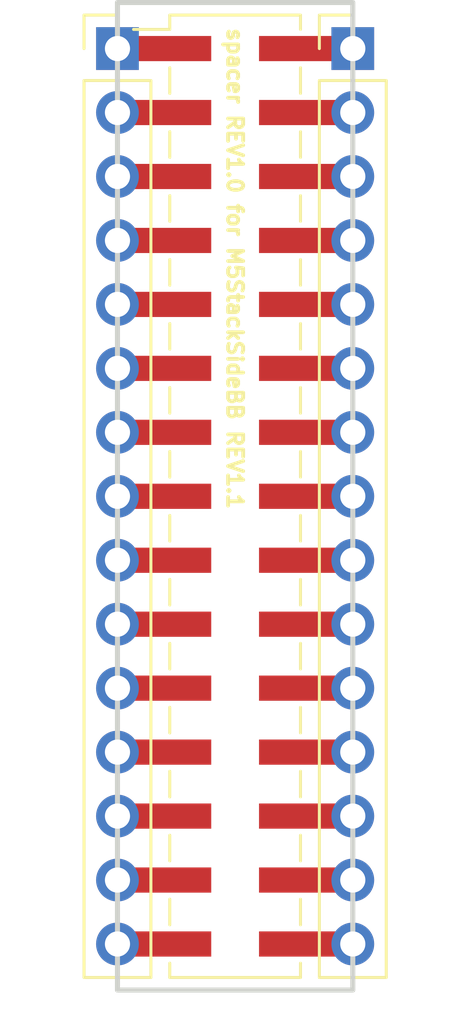
<source format=kicad_pcb>
(kicad_pcb (version 20171130) (host pcbnew 5.0.0-rc3-6a2723a~65~ubuntu17.10.1)

  (general
    (thickness 1.6)
    (drawings 5)
    (tracks 0)
    (zones 0)
    (modules 3)
    (nets 31)
  )

  (page A4)
  (layers
    (0 F.Cu signal)
    (31 B.Cu signal)
    (32 B.Adhes user)
    (33 F.Adhes user)
    (34 B.Paste user)
    (35 F.Paste user)
    (36 B.SilkS user)
    (37 F.SilkS user)
    (38 B.Mask user)
    (39 F.Mask user)
    (40 Dwgs.User user)
    (41 Cmts.User user)
    (42 Eco1.User user)
    (43 Eco2.User user)
    (44 Edge.Cuts user)
    (45 Margin user)
    (46 B.CrtYd user)
    (47 F.CrtYd user)
    (48 B.Fab user)
    (49 F.Fab user)
  )

  (setup
    (last_trace_width 0.25)
    (trace_clearance 0.2)
    (zone_clearance 0.508)
    (zone_45_only no)
    (trace_min 0.2)
    (segment_width 0.2)
    (edge_width 0.15)
    (via_size 0.8)
    (via_drill 0.4)
    (via_min_size 0.4)
    (via_min_drill 0.3)
    (uvia_size 0.3)
    (uvia_drill 0.1)
    (uvias_allowed no)
    (uvia_min_size 0.2)
    (uvia_min_drill 0.1)
    (pcb_text_width 0.3)
    (pcb_text_size 1.5 1.5)
    (mod_edge_width 0.15)
    (mod_text_size 1 1)
    (mod_text_width 0.15)
    (pad_size 1.524 1.524)
    (pad_drill 0.762)
    (pad_to_mask_clearance 0.2)
    (aux_axis_origin 0 0)
    (visible_elements FFFFFF7F)
    (pcbplotparams
      (layerselection 0x010fc_ffffffff)
      (usegerberextensions false)
      (usegerberattributes false)
      (usegerberadvancedattributes false)
      (creategerberjobfile false)
      (excludeedgelayer true)
      (linewidth 0.100000)
      (plotframeref false)
      (viasonmask false)
      (mode 1)
      (useauxorigin false)
      (hpglpennumber 1)
      (hpglpenspeed 20)
      (hpglpendiameter 15.000000)
      (psnegative false)
      (psa4output false)
      (plotreference true)
      (plotvalue true)
      (plotinvisibletext false)
      (padsonsilk false)
      (subtractmaskfromsilk false)
      (outputformat 1)
      (mirror false)
      (drillshape 0)
      (scaleselection 1)
      (outputdirectory "gerbers"))
  )

  (net 0 "")
  (net 1 "Net-(J1-Pad15)")
  (net 2 "Net-(J1-Pad14)")
  (net 3 "Net-(J1-Pad13)")
  (net 4 "Net-(J1-Pad12)")
  (net 5 "Net-(J1-Pad11)")
  (net 6 "Net-(J1-Pad10)")
  (net 7 "Net-(J1-Pad9)")
  (net 8 "Net-(J1-Pad8)")
  (net 9 "Net-(J1-Pad7)")
  (net 10 "Net-(J1-Pad6)")
  (net 11 "Net-(J1-Pad5)")
  (net 12 "Net-(J1-Pad4)")
  (net 13 "Net-(J1-Pad3)")
  (net 14 "Net-(J1-Pad2)")
  (net 15 "Net-(J1-Pad1)")
  (net 16 "Net-(J2-Pad2)")
  (net 17 "Net-(J2-Pad4)")
  (net 18 "Net-(J2-Pad6)")
  (net 19 "Net-(J2-Pad8)")
  (net 20 "Net-(J2-Pad10)")
  (net 21 "Net-(J2-Pad12)")
  (net 22 "Net-(J2-Pad14)")
  (net 23 "Net-(J2-Pad16)")
  (net 24 "Net-(J2-Pad18)")
  (net 25 "Net-(J2-Pad20)")
  (net 26 "Net-(J2-Pad22)")
  (net 27 "Net-(J2-Pad24)")
  (net 28 "Net-(J2-Pad26)")
  (net 29 "Net-(J2-Pad28)")
  (net 30 "Net-(J2-Pad30)")

  (net_class Default "これは標準のネット クラスです。"
    (clearance 0.2)
    (trace_width 0.25)
    (via_dia 0.8)
    (via_drill 0.4)
    (uvia_dia 0.3)
    (uvia_drill 0.1)
    (add_net "Net-(J1-Pad1)")
    (add_net "Net-(J1-Pad10)")
    (add_net "Net-(J1-Pad11)")
    (add_net "Net-(J1-Pad12)")
    (add_net "Net-(J1-Pad13)")
    (add_net "Net-(J1-Pad14)")
    (add_net "Net-(J1-Pad15)")
    (add_net "Net-(J1-Pad2)")
    (add_net "Net-(J1-Pad3)")
    (add_net "Net-(J1-Pad4)")
    (add_net "Net-(J1-Pad5)")
    (add_net "Net-(J1-Pad6)")
    (add_net "Net-(J1-Pad7)")
    (add_net "Net-(J1-Pad8)")
    (add_net "Net-(J1-Pad9)")
    (add_net "Net-(J2-Pad10)")
    (add_net "Net-(J2-Pad12)")
    (add_net "Net-(J2-Pad14)")
    (add_net "Net-(J2-Pad16)")
    (add_net "Net-(J2-Pad18)")
    (add_net "Net-(J2-Pad2)")
    (add_net "Net-(J2-Pad20)")
    (add_net "Net-(J2-Pad22)")
    (add_net "Net-(J2-Pad24)")
    (add_net "Net-(J2-Pad26)")
    (add_net "Net-(J2-Pad28)")
    (add_net "Net-(J2-Pad30)")
    (add_net "Net-(J2-Pad4)")
    (add_net "Net-(J2-Pad6)")
    (add_net "Net-(J2-Pad8)")
  )

  (module Connector_PinHeader_2.54mm:PinHeader_1x15_P2.54mm_Vertical (layer F.Cu) (tedit 5B3F2D68) (tstamp 5B4B4DEC)
    (at 131.22 63.5508)
    (descr "Through hole straight pin header, 1x15, 2.54mm pitch, single row")
    (tags "Through hole pin header THT 1x15 2.54mm single row")
    (path /5B3F1F26)
    (fp_text reference J1 (at 0 -2.33) (layer F.SilkS) hide
      (effects (font (size 1 1) (thickness 0.15)))
    )
    (fp_text value Conn_01x15 (at 0 37.89) (layer F.Fab)
      (effects (font (size 1 1) (thickness 0.15)))
    )
    (fp_text user %R (at 0 17.78 90) (layer F.Fab)
      (effects (font (size 1 1) (thickness 0.15)))
    )
    (fp_line (start 1.8 -1.8) (end -1.8 -1.8) (layer F.CrtYd) (width 0.05))
    (fp_line (start 1.8 37.35) (end 1.8 -1.8) (layer F.CrtYd) (width 0.05))
    (fp_line (start -1.8 37.35) (end 1.8 37.35) (layer F.CrtYd) (width 0.05))
    (fp_line (start -1.8 -1.8) (end -1.8 37.35) (layer F.CrtYd) (width 0.05))
    (fp_line (start -1.33 -1.33) (end 0 -1.33) (layer F.SilkS) (width 0.12))
    (fp_line (start -1.33 0) (end -1.33 -1.33) (layer F.SilkS) (width 0.12))
    (fp_line (start -1.33 1.27) (end 1.33 1.27) (layer F.SilkS) (width 0.12))
    (fp_line (start 1.33 1.27) (end 1.33 36.89) (layer F.SilkS) (width 0.12))
    (fp_line (start -1.33 1.27) (end -1.33 36.89) (layer F.SilkS) (width 0.12))
    (fp_line (start -1.33 36.89) (end 1.33 36.89) (layer F.SilkS) (width 0.12))
    (fp_line (start -1.27 -0.635) (end -0.635 -1.27) (layer F.Fab) (width 0.1))
    (fp_line (start -1.27 36.83) (end -1.27 -0.635) (layer F.Fab) (width 0.1))
    (fp_line (start 1.27 36.83) (end -1.27 36.83) (layer F.Fab) (width 0.1))
    (fp_line (start 1.27 -1.27) (end 1.27 36.83) (layer F.Fab) (width 0.1))
    (fp_line (start -0.635 -1.27) (end 1.27 -1.27) (layer F.Fab) (width 0.1))
    (pad 15 thru_hole oval (at 0 35.56) (size 1.7 1.7) (drill 1) (layers *.Cu *.Mask)
      (net 1 "Net-(J1-Pad15)"))
    (pad 14 thru_hole oval (at 0 33.02) (size 1.7 1.7) (drill 1) (layers *.Cu *.Mask)
      (net 2 "Net-(J1-Pad14)"))
    (pad 13 thru_hole oval (at 0 30.48) (size 1.7 1.7) (drill 1) (layers *.Cu *.Mask)
      (net 3 "Net-(J1-Pad13)"))
    (pad 12 thru_hole oval (at 0 27.94) (size 1.7 1.7) (drill 1) (layers *.Cu *.Mask)
      (net 4 "Net-(J1-Pad12)"))
    (pad 11 thru_hole oval (at 0 25.4) (size 1.7 1.7) (drill 1) (layers *.Cu *.Mask)
      (net 5 "Net-(J1-Pad11)"))
    (pad 10 thru_hole oval (at 0 22.86) (size 1.7 1.7) (drill 1) (layers *.Cu *.Mask)
      (net 6 "Net-(J1-Pad10)"))
    (pad 9 thru_hole oval (at 0 20.32) (size 1.7 1.7) (drill 1) (layers *.Cu *.Mask)
      (net 7 "Net-(J1-Pad9)"))
    (pad 8 thru_hole oval (at 0 17.78) (size 1.7 1.7) (drill 1) (layers *.Cu *.Mask)
      (net 8 "Net-(J1-Pad8)"))
    (pad 7 thru_hole oval (at 0 15.24) (size 1.7 1.7) (drill 1) (layers *.Cu *.Mask)
      (net 9 "Net-(J1-Pad7)"))
    (pad 6 thru_hole oval (at 0 12.7) (size 1.7 1.7) (drill 1) (layers *.Cu *.Mask)
      (net 10 "Net-(J1-Pad6)"))
    (pad 5 thru_hole oval (at 0 10.16) (size 1.7 1.7) (drill 1) (layers *.Cu *.Mask)
      (net 11 "Net-(J1-Pad5)"))
    (pad 4 thru_hole oval (at 0 7.62) (size 1.7 1.7) (drill 1) (layers *.Cu *.Mask)
      (net 12 "Net-(J1-Pad4)"))
    (pad 3 thru_hole oval (at 0 5.08) (size 1.7 1.7) (drill 1) (layers *.Cu *.Mask)
      (net 13 "Net-(J1-Pad3)"))
    (pad 2 thru_hole oval (at 0 2.54) (size 1.7 1.7) (drill 1) (layers *.Cu *.Mask)
      (net 14 "Net-(J1-Pad2)"))
    (pad 1 thru_hole rect (at 0 0) (size 1.7 1.7) (drill 1) (layers *.Cu *.Mask)
      (net 15 "Net-(J1-Pad1)"))
    (model ${KISYS3DMOD}/Connector_PinHeader_2.54mm.3dshapes/PinHeader_1x15_P2.54mm_Vertical.wrl
      (at (xyz 0 0 0))
      (scale (xyz 1 1 1))
      (rotate (xyz 0 0 0))
    )
  )

  (module Connector_PinHeader_2.54mm:PinHeader_2x15_P2.54mm_Vertical_SMD (layer F.Cu) (tedit 5B3F2D64) (tstamp 5B4B4E95)
    (at 135.9 81.3308)
    (descr "surface-mounted straight pin header, 2x15, 2.54mm pitch, double rows")
    (tags "Surface mounted pin header SMD 2x15 2.54mm double row")
    (path /5B3F1E10)
    (attr smd)
    (fp_text reference J2 (at 0 -20.11) (layer F.SilkS) hide
      (effects (font (size 1 1) (thickness 0.15)))
    )
    (fp_text value Conn_02x15_Odd_Even (at 0 20.11) (layer F.Fab)
      (effects (font (size 1 1) (thickness 0.15)))
    )
    (fp_line (start 2.54 19.05) (end -2.54 19.05) (layer F.Fab) (width 0.1))
    (fp_line (start -1.59 -19.05) (end 2.54 -19.05) (layer F.Fab) (width 0.1))
    (fp_line (start -2.54 19.05) (end -2.54 -18.1) (layer F.Fab) (width 0.1))
    (fp_line (start -2.54 -18.1) (end -1.59 -19.05) (layer F.Fab) (width 0.1))
    (fp_line (start 2.54 -19.05) (end 2.54 19.05) (layer F.Fab) (width 0.1))
    (fp_line (start -2.54 -18.1) (end -3.6 -18.1) (layer F.Fab) (width 0.1))
    (fp_line (start -3.6 -18.1) (end -3.6 -17.46) (layer F.Fab) (width 0.1))
    (fp_line (start -3.6 -17.46) (end -2.54 -17.46) (layer F.Fab) (width 0.1))
    (fp_line (start 2.54 -18.1) (end 3.6 -18.1) (layer F.Fab) (width 0.1))
    (fp_line (start 3.6 -18.1) (end 3.6 -17.46) (layer F.Fab) (width 0.1))
    (fp_line (start 3.6 -17.46) (end 2.54 -17.46) (layer F.Fab) (width 0.1))
    (fp_line (start -2.54 -15.56) (end -3.6 -15.56) (layer F.Fab) (width 0.1))
    (fp_line (start -3.6 -15.56) (end -3.6 -14.92) (layer F.Fab) (width 0.1))
    (fp_line (start -3.6 -14.92) (end -2.54 -14.92) (layer F.Fab) (width 0.1))
    (fp_line (start 2.54 -15.56) (end 3.6 -15.56) (layer F.Fab) (width 0.1))
    (fp_line (start 3.6 -15.56) (end 3.6 -14.92) (layer F.Fab) (width 0.1))
    (fp_line (start 3.6 -14.92) (end 2.54 -14.92) (layer F.Fab) (width 0.1))
    (fp_line (start -2.54 -13.02) (end -3.6 -13.02) (layer F.Fab) (width 0.1))
    (fp_line (start -3.6 -13.02) (end -3.6 -12.38) (layer F.Fab) (width 0.1))
    (fp_line (start -3.6 -12.38) (end -2.54 -12.38) (layer F.Fab) (width 0.1))
    (fp_line (start 2.54 -13.02) (end 3.6 -13.02) (layer F.Fab) (width 0.1))
    (fp_line (start 3.6 -13.02) (end 3.6 -12.38) (layer F.Fab) (width 0.1))
    (fp_line (start 3.6 -12.38) (end 2.54 -12.38) (layer F.Fab) (width 0.1))
    (fp_line (start -2.54 -10.48) (end -3.6 -10.48) (layer F.Fab) (width 0.1))
    (fp_line (start -3.6 -10.48) (end -3.6 -9.84) (layer F.Fab) (width 0.1))
    (fp_line (start -3.6 -9.84) (end -2.54 -9.84) (layer F.Fab) (width 0.1))
    (fp_line (start 2.54 -10.48) (end 3.6 -10.48) (layer F.Fab) (width 0.1))
    (fp_line (start 3.6 -10.48) (end 3.6 -9.84) (layer F.Fab) (width 0.1))
    (fp_line (start 3.6 -9.84) (end 2.54 -9.84) (layer F.Fab) (width 0.1))
    (fp_line (start -2.54 -7.94) (end -3.6 -7.94) (layer F.Fab) (width 0.1))
    (fp_line (start -3.6 -7.94) (end -3.6 -7.3) (layer F.Fab) (width 0.1))
    (fp_line (start -3.6 -7.3) (end -2.54 -7.3) (layer F.Fab) (width 0.1))
    (fp_line (start 2.54 -7.94) (end 3.6 -7.94) (layer F.Fab) (width 0.1))
    (fp_line (start 3.6 -7.94) (end 3.6 -7.3) (layer F.Fab) (width 0.1))
    (fp_line (start 3.6 -7.3) (end 2.54 -7.3) (layer F.Fab) (width 0.1))
    (fp_line (start -2.54 -5.4) (end -3.6 -5.4) (layer F.Fab) (width 0.1))
    (fp_line (start -3.6 -5.4) (end -3.6 -4.76) (layer F.Fab) (width 0.1))
    (fp_line (start -3.6 -4.76) (end -2.54 -4.76) (layer F.Fab) (width 0.1))
    (fp_line (start 2.54 -5.4) (end 3.6 -5.4) (layer F.Fab) (width 0.1))
    (fp_line (start 3.6 -5.4) (end 3.6 -4.76) (layer F.Fab) (width 0.1))
    (fp_line (start 3.6 -4.76) (end 2.54 -4.76) (layer F.Fab) (width 0.1))
    (fp_line (start -2.54 -2.86) (end -3.6 -2.86) (layer F.Fab) (width 0.1))
    (fp_line (start -3.6 -2.86) (end -3.6 -2.22) (layer F.Fab) (width 0.1))
    (fp_line (start -3.6 -2.22) (end -2.54 -2.22) (layer F.Fab) (width 0.1))
    (fp_line (start 2.54 -2.86) (end 3.6 -2.86) (layer F.Fab) (width 0.1))
    (fp_line (start 3.6 -2.86) (end 3.6 -2.22) (layer F.Fab) (width 0.1))
    (fp_line (start 3.6 -2.22) (end 2.54 -2.22) (layer F.Fab) (width 0.1))
    (fp_line (start -2.54 -0.32) (end -3.6 -0.32) (layer F.Fab) (width 0.1))
    (fp_line (start -3.6 -0.32) (end -3.6 0.32) (layer F.Fab) (width 0.1))
    (fp_line (start -3.6 0.32) (end -2.54 0.32) (layer F.Fab) (width 0.1))
    (fp_line (start 2.54 -0.32) (end 3.6 -0.32) (layer F.Fab) (width 0.1))
    (fp_line (start 3.6 -0.32) (end 3.6 0.32) (layer F.Fab) (width 0.1))
    (fp_line (start 3.6 0.32) (end 2.54 0.32) (layer F.Fab) (width 0.1))
    (fp_line (start -2.54 2.22) (end -3.6 2.22) (layer F.Fab) (width 0.1))
    (fp_line (start -3.6 2.22) (end -3.6 2.86) (layer F.Fab) (width 0.1))
    (fp_line (start -3.6 2.86) (end -2.54 2.86) (layer F.Fab) (width 0.1))
    (fp_line (start 2.54 2.22) (end 3.6 2.22) (layer F.Fab) (width 0.1))
    (fp_line (start 3.6 2.22) (end 3.6 2.86) (layer F.Fab) (width 0.1))
    (fp_line (start 3.6 2.86) (end 2.54 2.86) (layer F.Fab) (width 0.1))
    (fp_line (start -2.54 4.76) (end -3.6 4.76) (layer F.Fab) (width 0.1))
    (fp_line (start -3.6 4.76) (end -3.6 5.4) (layer F.Fab) (width 0.1))
    (fp_line (start -3.6 5.4) (end -2.54 5.4) (layer F.Fab) (width 0.1))
    (fp_line (start 2.54 4.76) (end 3.6 4.76) (layer F.Fab) (width 0.1))
    (fp_line (start 3.6 4.76) (end 3.6 5.4) (layer F.Fab) (width 0.1))
    (fp_line (start 3.6 5.4) (end 2.54 5.4) (layer F.Fab) (width 0.1))
    (fp_line (start -2.54 7.3) (end -3.6 7.3) (layer F.Fab) (width 0.1))
    (fp_line (start -3.6 7.3) (end -3.6 7.94) (layer F.Fab) (width 0.1))
    (fp_line (start -3.6 7.94) (end -2.54 7.94) (layer F.Fab) (width 0.1))
    (fp_line (start 2.54 7.3) (end 3.6 7.3) (layer F.Fab) (width 0.1))
    (fp_line (start 3.6 7.3) (end 3.6 7.94) (layer F.Fab) (width 0.1))
    (fp_line (start 3.6 7.94) (end 2.54 7.94) (layer F.Fab) (width 0.1))
    (fp_line (start -2.54 9.84) (end -3.6 9.84) (layer F.Fab) (width 0.1))
    (fp_line (start -3.6 9.84) (end -3.6 10.48) (layer F.Fab) (width 0.1))
    (fp_line (start -3.6 10.48) (end -2.54 10.48) (layer F.Fab) (width 0.1))
    (fp_line (start 2.54 9.84) (end 3.6 9.84) (layer F.Fab) (width 0.1))
    (fp_line (start 3.6 9.84) (end 3.6 10.48) (layer F.Fab) (width 0.1))
    (fp_line (start 3.6 10.48) (end 2.54 10.48) (layer F.Fab) (width 0.1))
    (fp_line (start -2.54 12.38) (end -3.6 12.38) (layer F.Fab) (width 0.1))
    (fp_line (start -3.6 12.38) (end -3.6 13.02) (layer F.Fab) (width 0.1))
    (fp_line (start -3.6 13.02) (end -2.54 13.02) (layer F.Fab) (width 0.1))
    (fp_line (start 2.54 12.38) (end 3.6 12.38) (layer F.Fab) (width 0.1))
    (fp_line (start 3.6 12.38) (end 3.6 13.02) (layer F.Fab) (width 0.1))
    (fp_line (start 3.6 13.02) (end 2.54 13.02) (layer F.Fab) (width 0.1))
    (fp_line (start -2.54 14.92) (end -3.6 14.92) (layer F.Fab) (width 0.1))
    (fp_line (start -3.6 14.92) (end -3.6 15.56) (layer F.Fab) (width 0.1))
    (fp_line (start -3.6 15.56) (end -2.54 15.56) (layer F.Fab) (width 0.1))
    (fp_line (start 2.54 14.92) (end 3.6 14.92) (layer F.Fab) (width 0.1))
    (fp_line (start 3.6 14.92) (end 3.6 15.56) (layer F.Fab) (width 0.1))
    (fp_line (start 3.6 15.56) (end 2.54 15.56) (layer F.Fab) (width 0.1))
    (fp_line (start -2.54 17.46) (end -3.6 17.46) (layer F.Fab) (width 0.1))
    (fp_line (start -3.6 17.46) (end -3.6 18.1) (layer F.Fab) (width 0.1))
    (fp_line (start -3.6 18.1) (end -2.54 18.1) (layer F.Fab) (width 0.1))
    (fp_line (start 2.54 17.46) (end 3.6 17.46) (layer F.Fab) (width 0.1))
    (fp_line (start 3.6 17.46) (end 3.6 18.1) (layer F.Fab) (width 0.1))
    (fp_line (start 3.6 18.1) (end 2.54 18.1) (layer F.Fab) (width 0.1))
    (fp_line (start -2.6 -19.11) (end 2.6 -19.11) (layer F.SilkS) (width 0.12))
    (fp_line (start -2.6 19.11) (end 2.6 19.11) (layer F.SilkS) (width 0.12))
    (fp_line (start -4.04 -18.54) (end -2.6 -18.54) (layer F.SilkS) (width 0.12))
    (fp_line (start -2.6 -19.11) (end -2.6 -18.54) (layer F.SilkS) (width 0.12))
    (fp_line (start 2.6 -19.11) (end 2.6 -18.54) (layer F.SilkS) (width 0.12))
    (fp_line (start -2.6 18.54) (end -2.6 19.11) (layer F.SilkS) (width 0.12))
    (fp_line (start 2.6 18.54) (end 2.6 19.11) (layer F.SilkS) (width 0.12))
    (fp_line (start -2.6 -17.02) (end -2.6 -16) (layer F.SilkS) (width 0.12))
    (fp_line (start 2.6 -17.02) (end 2.6 -16) (layer F.SilkS) (width 0.12))
    (fp_line (start -2.6 -14.48) (end -2.6 -13.46) (layer F.SilkS) (width 0.12))
    (fp_line (start 2.6 -14.48) (end 2.6 -13.46) (layer F.SilkS) (width 0.12))
    (fp_line (start -2.6 -11.94) (end -2.6 -10.92) (layer F.SilkS) (width 0.12))
    (fp_line (start 2.6 -11.94) (end 2.6 -10.92) (layer F.SilkS) (width 0.12))
    (fp_line (start -2.6 -9.4) (end -2.6 -8.38) (layer F.SilkS) (width 0.12))
    (fp_line (start 2.6 -9.4) (end 2.6 -8.38) (layer F.SilkS) (width 0.12))
    (fp_line (start -2.6 -6.86) (end -2.6 -5.84) (layer F.SilkS) (width 0.12))
    (fp_line (start 2.6 -6.86) (end 2.6 -5.84) (layer F.SilkS) (width 0.12))
    (fp_line (start -2.6 -4.32) (end -2.6 -3.3) (layer F.SilkS) (width 0.12))
    (fp_line (start 2.6 -4.32) (end 2.6 -3.3) (layer F.SilkS) (width 0.12))
    (fp_line (start -2.6 -1.78) (end -2.6 -0.76) (layer F.SilkS) (width 0.12))
    (fp_line (start 2.6 -1.78) (end 2.6 -0.76) (layer F.SilkS) (width 0.12))
    (fp_line (start -2.6 0.76) (end -2.6 1.78) (layer F.SilkS) (width 0.12))
    (fp_line (start 2.6 0.76) (end 2.6 1.78) (layer F.SilkS) (width 0.12))
    (fp_line (start -2.6 3.3) (end -2.6 4.32) (layer F.SilkS) (width 0.12))
    (fp_line (start 2.6 3.3) (end 2.6 4.32) (layer F.SilkS) (width 0.12))
    (fp_line (start -2.6 5.84) (end -2.6 6.86) (layer F.SilkS) (width 0.12))
    (fp_line (start 2.6 5.84) (end 2.6 6.86) (layer F.SilkS) (width 0.12))
    (fp_line (start -2.6 8.38) (end -2.6 9.4) (layer F.SilkS) (width 0.12))
    (fp_line (start 2.6 8.38) (end 2.6 9.4) (layer F.SilkS) (width 0.12))
    (fp_line (start -2.6 10.92) (end -2.6 11.94) (layer F.SilkS) (width 0.12))
    (fp_line (start 2.6 10.92) (end 2.6 11.94) (layer F.SilkS) (width 0.12))
    (fp_line (start -2.6 13.46) (end -2.6 14.48) (layer F.SilkS) (width 0.12))
    (fp_line (start 2.6 13.46) (end 2.6 14.48) (layer F.SilkS) (width 0.12))
    (fp_line (start -2.6 16) (end -2.6 17.02) (layer F.SilkS) (width 0.12))
    (fp_line (start 2.6 16) (end 2.6 17.02) (layer F.SilkS) (width 0.12))
    (fp_line (start -5.9 -19.6) (end -5.9 19.6) (layer F.CrtYd) (width 0.05))
    (fp_line (start -5.9 19.6) (end 5.9 19.6) (layer F.CrtYd) (width 0.05))
    (fp_line (start 5.9 19.6) (end 5.9 -19.6) (layer F.CrtYd) (width 0.05))
    (fp_line (start 5.9 -19.6) (end -5.9 -19.6) (layer F.CrtYd) (width 0.05))
    (fp_text user %R (at 0 0 90) (layer F.Fab)
      (effects (font (size 1 1) (thickness 0.15)))
    )
    (pad 1 smd rect (at -2.525 -17.78) (size 3.15 1) (layers F.Cu F.Paste F.Mask)
      (net 15 "Net-(J1-Pad1)"))
    (pad 2 smd rect (at 2.525 -17.78) (size 3.15 1) (layers F.Cu F.Paste F.Mask)
      (net 16 "Net-(J2-Pad2)"))
    (pad 3 smd rect (at -2.525 -15.24) (size 3.15 1) (layers F.Cu F.Paste F.Mask)
      (net 14 "Net-(J1-Pad2)"))
    (pad 4 smd rect (at 2.525 -15.24) (size 3.15 1) (layers F.Cu F.Paste F.Mask)
      (net 17 "Net-(J2-Pad4)"))
    (pad 5 smd rect (at -2.525 -12.7) (size 3.15 1) (layers F.Cu F.Paste F.Mask)
      (net 13 "Net-(J1-Pad3)"))
    (pad 6 smd rect (at 2.525 -12.7) (size 3.15 1) (layers F.Cu F.Paste F.Mask)
      (net 18 "Net-(J2-Pad6)"))
    (pad 7 smd rect (at -2.525 -10.16) (size 3.15 1) (layers F.Cu F.Paste F.Mask)
      (net 12 "Net-(J1-Pad4)"))
    (pad 8 smd rect (at 2.525 -10.16) (size 3.15 1) (layers F.Cu F.Paste F.Mask)
      (net 19 "Net-(J2-Pad8)"))
    (pad 9 smd rect (at -2.525 -7.62) (size 3.15 1) (layers F.Cu F.Paste F.Mask)
      (net 11 "Net-(J1-Pad5)"))
    (pad 10 smd rect (at 2.525 -7.62) (size 3.15 1) (layers F.Cu F.Paste F.Mask)
      (net 20 "Net-(J2-Pad10)"))
    (pad 11 smd rect (at -2.525 -5.08) (size 3.15 1) (layers F.Cu F.Paste F.Mask)
      (net 10 "Net-(J1-Pad6)"))
    (pad 12 smd rect (at 2.525 -5.08) (size 3.15 1) (layers F.Cu F.Paste F.Mask)
      (net 21 "Net-(J2-Pad12)"))
    (pad 13 smd rect (at -2.525 -2.54) (size 3.15 1) (layers F.Cu F.Paste F.Mask)
      (net 9 "Net-(J1-Pad7)"))
    (pad 14 smd rect (at 2.525 -2.54) (size 3.15 1) (layers F.Cu F.Paste F.Mask)
      (net 22 "Net-(J2-Pad14)"))
    (pad 15 smd rect (at -2.525 0) (size 3.15 1) (layers F.Cu F.Paste F.Mask)
      (net 8 "Net-(J1-Pad8)"))
    (pad 16 smd rect (at 2.525 0) (size 3.15 1) (layers F.Cu F.Paste F.Mask)
      (net 23 "Net-(J2-Pad16)"))
    (pad 17 smd rect (at -2.525 2.54) (size 3.15 1) (layers F.Cu F.Paste F.Mask)
      (net 7 "Net-(J1-Pad9)"))
    (pad 18 smd rect (at 2.525 2.54) (size 3.15 1) (layers F.Cu F.Paste F.Mask)
      (net 24 "Net-(J2-Pad18)"))
    (pad 19 smd rect (at -2.525 5.08) (size 3.15 1) (layers F.Cu F.Paste F.Mask)
      (net 6 "Net-(J1-Pad10)"))
    (pad 20 smd rect (at 2.525 5.08) (size 3.15 1) (layers F.Cu F.Paste F.Mask)
      (net 25 "Net-(J2-Pad20)"))
    (pad 21 smd rect (at -2.525 7.62) (size 3.15 1) (layers F.Cu F.Paste F.Mask)
      (net 5 "Net-(J1-Pad11)"))
    (pad 22 smd rect (at 2.525 7.62) (size 3.15 1) (layers F.Cu F.Paste F.Mask)
      (net 26 "Net-(J2-Pad22)"))
    (pad 23 smd rect (at -2.525 10.16) (size 3.15 1) (layers F.Cu F.Paste F.Mask)
      (net 4 "Net-(J1-Pad12)"))
    (pad 24 smd rect (at 2.525 10.16) (size 3.15 1) (layers F.Cu F.Paste F.Mask)
      (net 27 "Net-(J2-Pad24)"))
    (pad 25 smd rect (at -2.525 12.7) (size 3.15 1) (layers F.Cu F.Paste F.Mask)
      (net 3 "Net-(J1-Pad13)"))
    (pad 26 smd rect (at 2.525 12.7) (size 3.15 1) (layers F.Cu F.Paste F.Mask)
      (net 28 "Net-(J2-Pad26)"))
    (pad 27 smd rect (at -2.525 15.24) (size 3.15 1) (layers F.Cu F.Paste F.Mask)
      (net 2 "Net-(J1-Pad14)"))
    (pad 28 smd rect (at 2.525 15.24) (size 3.15 1) (layers F.Cu F.Paste F.Mask)
      (net 29 "Net-(J2-Pad28)"))
    (pad 29 smd rect (at -2.525 17.78) (size 3.15 1) (layers F.Cu F.Paste F.Mask)
      (net 1 "Net-(J1-Pad15)"))
    (pad 30 smd rect (at 2.525 17.78) (size 3.15 1) (layers F.Cu F.Paste F.Mask)
      (net 30 "Net-(J2-Pad30)"))
    (model ${KISYS3DMOD}/Connector_PinHeader_2.54mm.3dshapes/PinHeader_2x15_P2.54mm_Vertical_SMD.wrl
      (at (xyz 0 0 0))
      (scale (xyz 1 1 1))
      (rotate (xyz 0 0 0))
    )
  )

  (module Connector_PinHeader_2.54mm:PinHeader_1x15_P2.54mm_Vertical (layer F.Cu) (tedit 5B3F2D6D) (tstamp 5B4B4EB8)
    (at 140.58 63.5508)
    (descr "Through hole straight pin header, 1x15, 2.54mm pitch, single row")
    (tags "Through hole pin header THT 1x15 2.54mm single row")
    (path /5B3F1ECC)
    (fp_text reference J3 (at 0 -2.33) (layer F.SilkS) hide
      (effects (font (size 1 1) (thickness 0.15)))
    )
    (fp_text value Conn_01x15 (at 0 37.89) (layer F.Fab)
      (effects (font (size 1 1) (thickness 0.15)))
    )
    (fp_line (start -0.635 -1.27) (end 1.27 -1.27) (layer F.Fab) (width 0.1))
    (fp_line (start 1.27 -1.27) (end 1.27 36.83) (layer F.Fab) (width 0.1))
    (fp_line (start 1.27 36.83) (end -1.27 36.83) (layer F.Fab) (width 0.1))
    (fp_line (start -1.27 36.83) (end -1.27 -0.635) (layer F.Fab) (width 0.1))
    (fp_line (start -1.27 -0.635) (end -0.635 -1.27) (layer F.Fab) (width 0.1))
    (fp_line (start -1.33 36.89) (end 1.33 36.89) (layer F.SilkS) (width 0.12))
    (fp_line (start -1.33 1.27) (end -1.33 36.89) (layer F.SilkS) (width 0.12))
    (fp_line (start 1.33 1.27) (end 1.33 36.89) (layer F.SilkS) (width 0.12))
    (fp_line (start -1.33 1.27) (end 1.33 1.27) (layer F.SilkS) (width 0.12))
    (fp_line (start -1.33 0) (end -1.33 -1.33) (layer F.SilkS) (width 0.12))
    (fp_line (start -1.33 -1.33) (end 0 -1.33) (layer F.SilkS) (width 0.12))
    (fp_line (start -1.8 -1.8) (end -1.8 37.35) (layer F.CrtYd) (width 0.05))
    (fp_line (start -1.8 37.35) (end 1.8 37.35) (layer F.CrtYd) (width 0.05))
    (fp_line (start 1.8 37.35) (end 1.8 -1.8) (layer F.CrtYd) (width 0.05))
    (fp_line (start 1.8 -1.8) (end -1.8 -1.8) (layer F.CrtYd) (width 0.05))
    (fp_text user %R (at 0 17.78 90) (layer F.Fab)
      (effects (font (size 1 1) (thickness 0.15)))
    )
    (pad 1 thru_hole rect (at 0 0) (size 1.7 1.7) (drill 1) (layers *.Cu *.Mask)
      (net 16 "Net-(J2-Pad2)"))
    (pad 2 thru_hole oval (at 0 2.54) (size 1.7 1.7) (drill 1) (layers *.Cu *.Mask)
      (net 17 "Net-(J2-Pad4)"))
    (pad 3 thru_hole oval (at 0 5.08) (size 1.7 1.7) (drill 1) (layers *.Cu *.Mask)
      (net 18 "Net-(J2-Pad6)"))
    (pad 4 thru_hole oval (at 0 7.62) (size 1.7 1.7) (drill 1) (layers *.Cu *.Mask)
      (net 19 "Net-(J2-Pad8)"))
    (pad 5 thru_hole oval (at 0 10.16) (size 1.7 1.7) (drill 1) (layers *.Cu *.Mask)
      (net 20 "Net-(J2-Pad10)"))
    (pad 6 thru_hole oval (at 0 12.7) (size 1.7 1.7) (drill 1) (layers *.Cu *.Mask)
      (net 21 "Net-(J2-Pad12)"))
    (pad 7 thru_hole oval (at 0 15.24) (size 1.7 1.7) (drill 1) (layers *.Cu *.Mask)
      (net 22 "Net-(J2-Pad14)"))
    (pad 8 thru_hole oval (at 0 17.78) (size 1.7 1.7) (drill 1) (layers *.Cu *.Mask)
      (net 23 "Net-(J2-Pad16)"))
    (pad 9 thru_hole oval (at 0 20.32) (size 1.7 1.7) (drill 1) (layers *.Cu *.Mask)
      (net 24 "Net-(J2-Pad18)"))
    (pad 10 thru_hole oval (at 0 22.86) (size 1.7 1.7) (drill 1) (layers *.Cu *.Mask)
      (net 25 "Net-(J2-Pad20)"))
    (pad 11 thru_hole oval (at 0 25.4) (size 1.7 1.7) (drill 1) (layers *.Cu *.Mask)
      (net 26 "Net-(J2-Pad22)"))
    (pad 12 thru_hole oval (at 0 27.94) (size 1.7 1.7) (drill 1) (layers *.Cu *.Mask)
      (net 27 "Net-(J2-Pad24)"))
    (pad 13 thru_hole oval (at 0 30.48) (size 1.7 1.7) (drill 1) (layers *.Cu *.Mask)
      (net 28 "Net-(J2-Pad26)"))
    (pad 14 thru_hole oval (at 0 33.02) (size 1.7 1.7) (drill 1) (layers *.Cu *.Mask)
      (net 29 "Net-(J2-Pad28)"))
    (pad 15 thru_hole oval (at 0 35.56) (size 1.7 1.7) (drill 1) (layers *.Cu *.Mask)
      (net 30 "Net-(J2-Pad30)"))
    (model ${KISYS3DMOD}/Connector_PinHeader_2.54mm.3dshapes/PinHeader_1x15_P2.54mm_Vertical.wrl
      (at (xyz 0 0 0))
      (scale (xyz 1 1 1))
      (rotate (xyz 0 0 0))
    )
  )

  (gr_text "spacer REV1.0 for M5StackSideBB REV1.1" (at 135.89 72.2884 270) (layer F.SilkS)
    (effects (font (size 0.6 0.6) (thickness 0.15)))
  )
  (gr_line (start 140.58 61.722) (end 131.22 61.722) (layer Edge.Cuts) (width 0.2))
  (gr_line (start 140.58 100.9396) (end 140.58 61.722) (layer Edge.Cuts) (width 0.2))
  (gr_line (start 131.22 100.9396) (end 140.58 100.9396) (layer Edge.Cuts) (width 0.2))
  (gr_line (start 131.22 61.722) (end 131.22 100.9396) (layer Edge.Cuts) (width 0.2))

)

</source>
